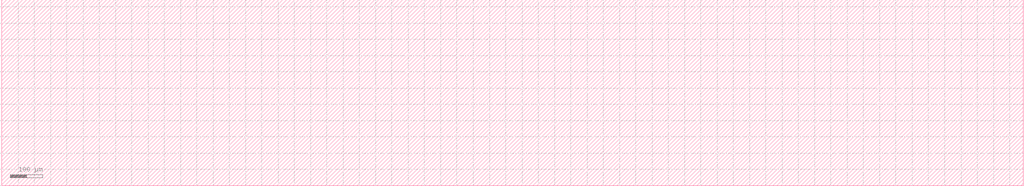
<source format=lef>
VERSION 5.7 ;
  NOWIREEXTENSIONATPIN ON ;
  DIVIDERCHAR "/" ;
  BUSBITCHARS "[]" ;
MACRO empty_macro
  CLASS BLOCK ;
  FOREIGN empty_macro ;
  ORIGIN 0.000 0.000 ;
  SIZE 3141.260 BY 572.000 ;
END empty_macro
END LIBRARY


</source>
